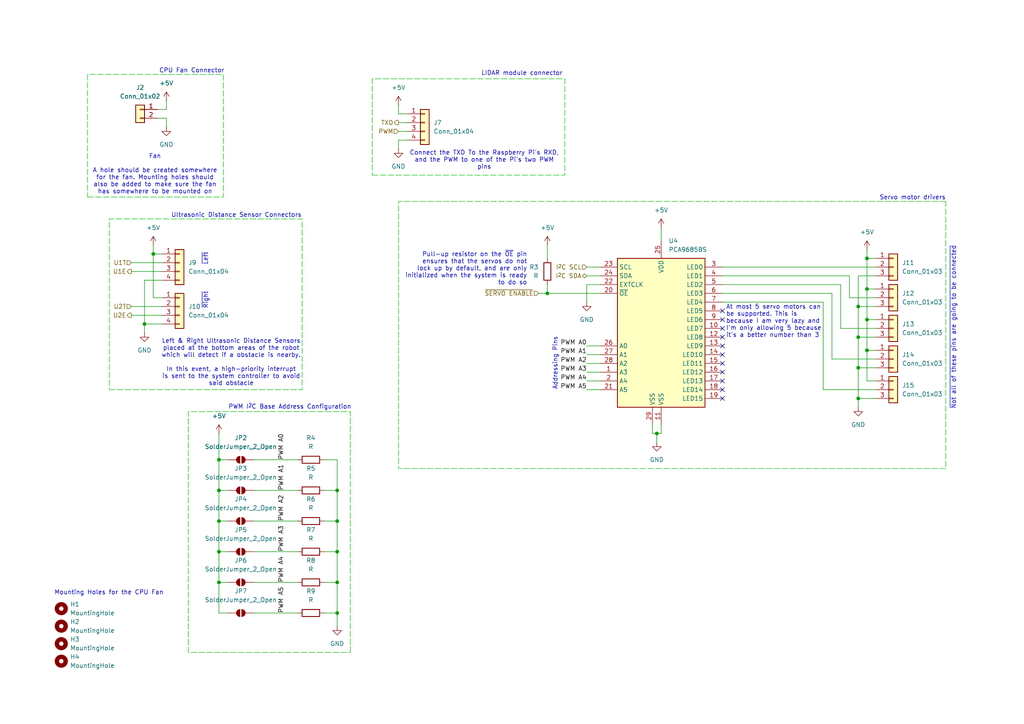
<source format=kicad_sch>
(kicad_sch (version 20250114) (generator "eeschema") (generator_version "9.0")
  (paper "A4")
  (title_block (title "Autonomous  Courier Robot \"Bad Apple\"") (date "2025-08-28") (rev "1") (company "Mixed Engineering Group 3 | STEM 12-Altruism / AY 2526 | CIT-U SHS") (comment 4 "CPU Fan and various miscellaneous peripherals"))
  (lib_symbols
    (symbol "+5V_1" (power) (pin_numbers (hide yes)) (pin_names (offset 0) (hide yes))
      (property "Value" "+5V" (at 0 3.556 0))
      (symbol "+5V_1_0_1"
        (polyline (pts (xy -0.762 1.27) (xy 0 2.54)))
        (polyline (pts (xy 0 2.54) (xy 0.762 1.27)))
        (polyline (pts (xy 0 0) (xy 0 2.54)))
      )
      (symbol "+5V_1_1_1"
        (pin power_in line (at 0 0 90) (length 0) (name "~") (number "1"))
      )
    )
    (symbol "Connector_Generic:Conn_01x02" (pin_names (offset 1.016) (hide yes))
      (property "Reference" "J" (at 0 2.54 0))
      (property "Value" "Conn_01x02" (at 0 -5.08 0))
      (symbol "Conn_01x02_1_1"
        (rectangle (start -1.27 1.27) (end 1.27 -3.81) (stroke (width 0.254)) (fill (type background)))
        (rectangle (start -1.27 0.127) (end 0 -0.127) (stroke (width 0.1524)))
        (rectangle (start -1.27 -2.413) (end 0 -2.667) (stroke (width 0.1524)))
        (pin passive line (at -5.08 0 0) (length 3.81) (name "Pin_1") (number "1"))
        (pin passive line (at -5.08 -2.54 0) (length 3.81) (name "Pin_2") (number "2"))
      )
    )
    (symbol "Connector_Generic:Conn_01x03" (pin_names (offset 1.016) (hide yes))
      (property "Reference" "J" (at 0 5.08 0))
      (property "Value" "Conn_01x03" (at 0 -5.08 0))
      (symbol "Conn_01x03_1_1"
        (rectangle (start -1.27 3.81) (end 1.27 -3.81) (stroke (width 0.254)) (fill (type background)))
        (rectangle (start -1.27 2.667) (end 0 2.413) (stroke (width 0.1524)))
        (rectangle (start -1.27 0.127) (end 0 -0.127) (stroke (width 0.1524)))
        (rectangle (start -1.27 -2.413) (end 0 -2.667) (stroke (width 0.1524)))
        (pin passive line (at -5.08 2.54 0) (length 3.81) (name "Pin_1") (number "1"))
        (pin passive line (at -5.08 0 0) (length 3.81) (name "Pin_2") (number "2"))
        (pin passive line (at -5.08 -2.54 0) (length 3.81) (name "Pin_3") (number "3"))
      )
    )
    (symbol "Connector_Generic:Conn_01x04" (pin_names (offset 1.016) (hide yes))
      (property "Reference" "J" (at 0 5.08 0))
      (property "Value" "Conn_01x04" (at 0 -7.62 0))
      (symbol "Conn_01x04_1_1"
        (rectangle (start -1.27 3.81) (end 1.27 -6.35) (stroke (width 0.254)) (fill (type background)))
        (rectangle (start -1.27 2.667) (end 0 2.413) (stroke (width 0.1524)))
        (rectangle (start -1.27 0.127) (end 0 -0.127) (stroke (width 0.1524)))
        (rectangle (start -1.27 -2.413) (end 0 -2.667) (stroke (width 0.1524)))
        (rectangle (start -1.27 -4.953) (end 0 -5.207) (stroke (width 0.1524)))
        (pin passive line (at -5.08 2.54 0) (length 3.81) (name "Pin_1") (number "1"))
        (pin passive line (at -5.08 0 0) (length 3.81) (name "Pin_2") (number "2"))
        (pin passive line (at -5.08 -2.54 0) (length 3.81) (name "Pin_3") (number "3"))
        (pin passive line (at -5.08 -5.08 0) (length 3.81) (name "Pin_4") (number "4"))
      )
    )
    (symbol "Device:R" (pin_numbers (hide yes)) (pin_names (offset 0))
      (property "Reference" "R" (at 2.032 0 90))
      (property "Value" "R" (at 0 0 90))
      (symbol "R_0_1"
        (rectangle (start -1.016 -2.54) (end 1.016 2.54) (stroke (width 0.254)))
      )
      (symbol "R_1_1"
        (pin passive line (at 0 3.81 270) (length 1.27) (name "~") (number "1"))
        (pin passive line (at 0 -3.81 90) (length 1.27) (name "~") (number "2"))
      )
    )
    (symbol "Driver_LED:PCA9685BS"
      (property "Reference" "U" (at -12.7 22.225 0))
      (property "Value" "PCA9685BS" (at 1.27 22.225 0))
      (symbol "PCA9685BS_0_1"
        (rectangle (start -12.7 20.32) (end 12.7 -22.86) (stroke (width 0.254)) (fill (type background)))
      )
      (symbol "PCA9685BS_1_1"
        (pin input line (at -17.78 17.78 0) (length 5.08) (name "SCL") (number "23"))
        (pin bidirectional line (at -17.78 15.24 0) (length 5.08) (name "SDA") (number "24"))
        (pin input line (at -17.78 12.7 0) (length 5.08) (name "EXTCLK") (number "22"))
        (pin input line (at -17.78 10.16 0) (length 5.08) (name "~{OE}") (number "20"))
        (pin input line (at -17.78 -5.08 0) (length 5.08) (name "A0") (number "26"))
        (pin input line (at -17.78 -7.62 0) (length 5.08) (name "A1") (number "27"))
        (pin input line (at -17.78 -10.16 0) (length 5.08) (name "A2") (number "28"))
        (pin input line (at -17.78 -12.7 0) (length 5.08) (name "A3") (number "1"))
        (pin input line (at -17.78 -15.24 0) (length 5.08) (name "A4") (number "2"))
        (pin input line (at -17.78 -17.78 0) (length 5.08) (name "A5") (number "21"))
        (pin power_in line (at -2.54 -27.94 90) (length 5.08) (name "VSS") (number "29"))
        (pin power_in line (at 0 25.4 270) (length 5.08) (name "VDD") (number "25"))
        (pin power_in line (at 0 -27.94 90) (length 5.08) (name "VSS") (number "11"))
        (pin output line (at 17.78 17.78 180) (length 5.08) (name "LED0") (number "3"))
        (pin output line (at 17.78 15.24 180) (length 5.08) (name "LED1") (number "4"))
        (pin output line (at 17.78 12.7 180) (length 5.08) (name "LED2") (number "5"))
        (pin output line (at 17.78 10.16 180) (length 5.08) (name "LED3") (number "6"))
        (pin output line (at 17.78 7.62 180) (length 5.08) (name "LED4") (number "7"))
        (pin output line (at 17.78 5.08 180) (length 5.08) (name "LED5") (number "8"))
        (pin output line (at 17.78 2.54 180) (length 5.08) (name "LED6") (number "9"))
        (pin output line (at 17.78 0 180) (length 5.08) (name "LED7") (number "10"))
        (pin output line (at 17.78 -2.54 180) (length 5.08) (name "LED8") (number "12"))
        (pin output line (at 17.78 -5.08 180) (length 5.08) (name "LED9") (number "13"))
        (pin output line (at 17.78 -7.62 180) (length 5.08) (name "LED10") (number "14"))
        (pin output line (at 17.78 -10.16 180) (length 5.08) (name "LED11") (number "15"))
        (pin output line (at 17.78 -12.7 180) (length 5.08) (name "LED12") (number "16"))
        (pin output line (at 17.78 -15.24 180) (length 5.08) (name "LED13") (number "17"))
        (pin output line (at 17.78 -17.78 180) (length 5.08) (name "LED14") (number "18"))
        (pin output line (at 17.78 -20.32 180) (length 5.08) (name "LED15") (number "19"))
      )
    )
    (symbol "GND_1" (power) (pin_numbers (hide yes)) (pin_names (offset 0) (hide yes))
      (property "Value" "GND" (at 0 -3.81 0))
      (symbol "GND_1_0_1"
        (polyline (pts (xy 0 0) (xy 0 -1.27) (xy 1.27 -1.27) (xy 0 -2.54) (xy -1.27 -1.27) (xy 0 -1.27)))
      )
      (symbol "GND_1_1_1"
        (pin power_in line (at 0 0 270) (length 0) (name "~") (number "1"))
      )
    )
    (symbol "Jumper:SolderJumper_2_Open" (pin_numbers (hide yes)) (pin_names (offset 0) (hide yes)) (in_bom no)
      (property "Reference" "JP" (at 0 2.032 0))
      (property "Value" "SolderJumper_2_Open" (at 0 -2.54 0))
      (symbol "SolderJumper_2_Open_0_1"
        (polyline (pts (xy -0.254 1.016) (xy -0.254 -1.016)))
        (arc (start -0.254 -1.016) (mid -1.2656 0) (end -0.254 1.016))
        (arc (start -0.254 -1.016) (mid -1.2656 0) (end -0.254 1.016) (fill (type outline)))
        (arc (start 0.254 1.016) (mid 1.2656 0) (end 0.254 -1.016))
        (arc (start 0.254 1.016) (mid 1.2656 0) (end 0.254 -1.016) (fill (type outline)))
        (polyline (pts (xy 0.254 1.016) (xy 0.254 -1.016)))
      )
      (symbol "SolderJumper_2_Open_1_1"
        (pin passive line (at -3.81 0 0) (length 2.54) (name "A") (number "1"))
        (pin passive line (at 3.81 0 180) (length 2.54) (name "B") (number "2"))
      )
    )
    (symbol "Mechanical:MountingHole" (pin_names (offset 1.016)) (in_bom no)
      (property "Reference" "H" (at 0 5.08 0))
      (property "Value" "MountingHole" (at 0 3.175 0))
      (symbol "MountingHole_0_1"
        (circle (center 0 0) (radius 1.27) (stroke (width 1.27)))
      )
    )
    (symbol "power:+5V" (power) (pin_numbers (hide yes)) (pin_names (offset 0) (hide yes))
      (property "Value" "+5V" (at 0 3.556 0))
      (symbol "+5V_0_1"
        (polyline (pts (xy -0.762 1.27) (xy 0 2.54)))
        (polyline (pts (xy 0 2.54) (xy 0.762 1.27)))
        (polyline (pts (xy 0 0) (xy 0 2.54)))
      )
      (symbol "+5V_1_1"
        (pin power_in line (at 0 0 90) (length 0) (name "~") (number "1"))
      )
    )
    (symbol "power:GND" (power) (pin_numbers (hide yes)) (pin_names (offset 0) (hide yes))
      (property "Value" "GND" (at 0 -3.81 0))
      (symbol "GND_0_1"
        (polyline (pts (xy 0 0) (xy 0 -1.27) (xy 1.27 -1.27) (xy 0 -2.54) (xy -1.27 -1.27) (xy 0 -1.27)))
      )
      (symbol "GND_1_1"
        (pin power_in line (at 0 0 270) (length 0) (name "~") (number "1"))
      )
    )
  )
  (text "Left & Right Ultrasonic Distance Sensors\nplaced at the bottom areas of the robot\nwhich will detect if a obstacle is nearby.\n\nIn this event, a high-priority interrupt\nis sent to the system controller to avoid\nsaid obstacle" (at 67.056 105.156 0) (effects (font (size 1.27 1.27))))
  (text "At most 5 servo motors can\nbe supported. This is\nbecause I am very lazy and\nI'm only allowing 5 because\nit's a better number than 3" (at 210.566 93.218 0) (effects (font (size 1.27 1.27)) (justify left)))
  (text "Mounting Holes for the CPU Fan" (at 15.748 171.958 0) (effects (font (size 1.27 1.27)) (justify left)))
  (text "~{Right}" (at 58.928 89.662 90) (effects (font (size 1.27 1.27)) (justify left top)))
  (text "Pull-up resistor on the ~{OE} pin\nensures that the servos do not\nlock up by default, and are only\ninitialized when the system is ready\nto do so" (at 152.908 77.978 0) (effects (font (size 1.27 1.27)) (justify right)))
  (text "Servo motor drivers" (at 274.32 57.404 0) (effects (font (size 1.27 1.27)) (justify right)))
  (text "Connect the TXD To the Raspberry Pi's RXD,\nand the PWM to one of the Pi's two PWM\npins" (at 140.462 46.482 0) (effects (font (size 1.27 1.27))))
  (text "Addressing Pins" (at 161.036 105.41 90) (effects (font (size 1.27 1.27))))
  (text "Fan\n\nA hole should be created somewhere\nfor the fan. Mounting holes should\nalso be added to make sure the fan\nhas somewhere to be mounted on" (at 44.958 50.546 0) (effects (font (size 1.27 1.27))))
  (text "Ultrasonic Distance Sensor Connectors" (at 68.58 62.484 0) (effects (font (size 1.27 1.27))))
  (text "LIDAR module connector" (at 151.384 21.336 0) (effects (font (size 1.27 1.27))))
  (text "~{Not all of these pins are going to be connected}" (at 276.606 94.996 90) (effects (font (size 1.27 1.27))))
  (text "CPU Fan Connector" (at 55.626 20.574 0) (effects (font (size 1.27 1.27))))
  (text "PWM I^{2}C Base Address Configuration" (at 84.074 118.11 0) (effects (font (size 1.27 1.27))))
  (text "~{Left}" (at 58.928 76.962 90) (effects (font (size 1.27 1.27)) (justify left top)))
  (junction (at 248.92 97.79))
  (junction (at 44.45 73.66))
  (junction (at 97.79 168.91))
  (junction (at 41.91 93.98))
  (junction (at 63.5 133.35))
  (junction (at 251.46 92.71))
  (junction (at 251.46 101.6))
  (junction (at 63.5 168.91))
  (junction (at 251.46 83.82))
  (junction (at 63.5 142.24))
  (junction (at 248.92 106.68))
  (junction (at 63.5 160.02))
  (junction (at 251.46 74.93))
  (junction (at 97.79 151.13))
  (junction (at 97.79 177.8))
  (junction (at 63.5 151.13))
  (junction (at 248.92 88.9))
  (junction (at 248.92 115.57))
  (junction (at 158.75 85.09))
  (junction (at 97.79 142.24))
  (junction (at 190.5 125.73))
  (junction (at 97.79 160.02))
  (no_connect (at 209.55 102.87))
  (no_connect (at 209.55 95.25))
  (no_connect (at 209.55 100.33))
  (no_connect (at 209.55 105.41))
  (no_connect (at 209.55 92.71))
  (no_connect (at 209.55 115.57))
  (no_connect (at 209.55 110.49))
  (no_connect (at 209.55 97.79))
  (no_connect (at 209.55 113.03))
  (no_connect (at 209.55 107.95))
  (no_connect (at 209.55 90.17))
  (wire (pts (xy 93.98 177.8) (xy 97.79 177.8)))
  (wire (pts (xy 251.46 92.71) (xy 254 92.71)))
  (wire (pts (xy 190.5 128.27) (xy 190.5 125.73)))
  (wire (pts (xy 170.18 102.87) (xy 173.99 102.87)))
  (wire (pts (xy 63.5 142.24) (xy 66.04 142.24)))
  (wire (pts (xy 93.98 151.13) (xy 97.79 151.13)))
  (wire (pts (xy 73.66 151.13) (xy 86.36 151.13)))
  (wire (pts (xy 254 115.57) (xy 248.92 115.57)))
  (wire (pts (xy 251.46 101.6) (xy 254 101.6)))
  (wire (pts (xy 156.21 85.09) (xy 158.75 85.09)))
  (wire (pts (xy 73.66 168.91) (xy 86.36 168.91)))
  (wire (pts (xy 170.18 80.01) (xy 173.99 80.01)))
  (wire (pts (xy 241.3 85.09) (xy 209.55 85.09)))
  (wire (pts (xy 248.92 88.9) (xy 254 88.9)))
  (wire (pts (xy 63.5 168.91) (xy 63.5 177.8)))
  (wire (pts (xy 158.75 71.12) (xy 158.75 74.93)))
  (wire (pts (xy 243.84 95.25) (xy 254 95.25)))
  (wire (pts (xy 97.79 142.24) (xy 97.79 151.13)))
  (wire (pts (xy 97.79 168.91) (xy 97.79 177.8)))
  (wire (pts (xy 173.99 82.55) (xy 170.18 82.55)))
  (wire (pts (xy 251.46 74.93) (xy 251.46 83.82)))
  (wire (pts (xy 189.23 123.19) (xy 189.23 125.73)))
  (wire (pts (xy 115.57 30.48) (xy 115.57 33.02)))
  (wire (pts (xy 209.55 80.01) (xy 246.38 80.01)))
  (wire (pts (xy 63.5 177.8) (xy 66.04 177.8)))
  (wire (pts (xy 63.5 151.13) (xy 63.5 160.02)))
  (wire (pts (xy 248.92 115.57) (xy 248.92 118.11)))
  (wire (pts (xy 246.38 80.01) (xy 246.38 86.36)))
  (wire (pts (xy 44.45 71.12) (xy 44.45 73.66)))
  (wire (pts (xy 73.66 177.8) (xy 86.36 177.8)))
  (wire (pts (xy 44.45 73.66) (xy 46.99 73.66)))
  (wire (pts (xy 44.45 86.36) (xy 44.45 73.66)))
  (wire (pts (xy 63.5 125.73) (xy 63.5 133.35)))
  (wire (pts (xy 251.46 92.71) (xy 251.46 101.6)))
  (wire (pts (xy 38.1 76.2) (xy 46.99 76.2)))
  (wire (pts (xy 173.99 85.09) (xy 158.75 85.09)))
  (wire (pts (xy 63.5 133.35) (xy 63.5 142.24)))
  (wire (pts (xy 115.57 38.1) (xy 118.11 38.1)))
  (wire (pts (xy 93.98 160.02) (xy 97.79 160.02)))
  (wire (pts (xy 48.26 29.21) (xy 48.26 31.75)))
  (wire (pts (xy 243.84 82.55) (xy 243.84 95.25)))
  (wire (pts (xy 158.75 85.09) (xy 158.75 82.55)))
  (wire (pts (xy 48.26 31.75) (xy 45.72 31.75)))
  (wire (pts (xy 93.98 168.91) (xy 97.79 168.91)))
  (wire (pts (xy 97.79 160.02) (xy 97.79 168.91)))
  (wire (pts (xy 97.79 177.8) (xy 97.79 181.61)))
  (wire (pts (xy 170.18 113.03) (xy 173.99 113.03)))
  (wire (pts (xy 254 104.14) (xy 241.3 104.14)))
  (wire (pts (xy 209.55 77.47) (xy 254 77.47)))
  (wire (pts (xy 246.38 86.36) (xy 254 86.36)))
  (wire (pts (xy 63.5 168.91) (xy 66.04 168.91)))
  (wire (pts (xy 63.5 160.02) (xy 66.04 160.02)))
  (wire (pts (xy 170.18 82.55) (xy 170.18 87.63)))
  (wire (pts (xy 41.91 93.98) (xy 41.91 96.52)))
  (wire (pts (xy 209.55 87.63) (xy 238.76 87.63)))
  (wire (pts (xy 189.23 125.73) (xy 190.5 125.73)))
  (wire (pts (xy 73.66 133.35) (xy 86.36 133.35)))
  (wire (pts (xy 191.77 125.73) (xy 191.77 123.19)))
  (wire (pts (xy 63.5 142.24) (xy 63.5 151.13)))
  (wire (pts (xy 38.1 78.74) (xy 46.99 78.74)))
  (wire (pts (xy 73.66 160.02) (xy 86.36 160.02)))
  (wire (pts (xy 248.92 97.79) (xy 248.92 106.68)))
  (wire (pts (xy 97.79 133.35) (xy 97.79 142.24)))
  (wire (pts (xy 73.66 142.24) (xy 86.36 142.24)))
  (wire (pts (xy 48.26 34.29) (xy 48.26 36.83)))
  (wire (pts (xy 63.5 151.13) (xy 66.04 151.13)))
  (wire (pts (xy 170.18 105.41) (xy 173.99 105.41)))
  (wire (pts (xy 46.99 86.36) (xy 44.45 86.36)))
  (wire (pts (xy 63.5 133.35) (xy 66.04 133.35)))
  (wire (pts (xy 248.92 106.68) (xy 248.92 115.57)))
  (wire (pts (xy 254 80.01) (xy 248.92 80.01)))
  (wire (pts (xy 38.1 88.9) (xy 46.99 88.9)))
  (wire (pts (xy 97.79 151.13) (xy 97.79 160.02)))
  (wire (pts (xy 41.91 81.28) (xy 41.91 93.98)))
  (wire (pts (xy 254 110.49) (xy 251.46 110.49)))
  (wire (pts (xy 248.92 106.68) (xy 254 106.68)))
  (wire (pts (xy 251.46 83.82) (xy 251.46 92.71)))
  (wire (pts (xy 115.57 40.64) (xy 115.57 43.18)))
  (wire (pts (xy 63.5 160.02) (xy 63.5 168.91)))
  (wire (pts (xy 38.1 91.44) (xy 46.99 91.44)))
  (wire (pts (xy 209.55 82.55) (xy 243.84 82.55)))
  (wire (pts (xy 45.72 34.29) (xy 48.26 34.29)))
  (wire (pts (xy 251.46 101.6) (xy 251.46 110.49)))
  (wire (pts (xy 115.57 35.56) (xy 118.11 35.56)))
  (wire (pts (xy 248.92 80.01) (xy 248.92 88.9)))
  (wire (pts (xy 170.18 107.95) (xy 173.99 107.95)))
  (wire (pts (xy 238.76 87.63) (xy 238.76 113.03)))
  (wire (pts (xy 248.92 97.79) (xy 254 97.79)))
  (wire (pts (xy 251.46 72.39) (xy 251.46 74.93)))
  (wire (pts (xy 248.92 88.9) (xy 248.92 97.79)))
  (wire (pts (xy 170.18 100.33) (xy 173.99 100.33)))
  (wire (pts (xy 251.46 83.82) (xy 254 83.82)))
  (wire (pts (xy 251.46 74.93) (xy 254 74.93)))
  (wire (pts (xy 241.3 104.14) (xy 241.3 85.09)))
  (wire (pts (xy 191.77 66.04) (xy 191.77 69.85)))
  (wire (pts (xy 170.18 110.49) (xy 173.99 110.49)))
  (wire (pts (xy 190.5 125.73) (xy 191.77 125.73)))
  (wire (pts (xy 118.11 40.64) (xy 115.57 40.64)))
  (wire (pts (xy 93.98 133.35) (xy 97.79 133.35)))
  (wire (pts (xy 46.99 93.98) (xy 41.91 93.98)))
  (wire (pts (xy 93.98 142.24) (xy 97.79 142.24)))
  (wire (pts (xy 46.99 81.28) (xy 41.91 81.28)))
  (wire (pts (xy 170.18 77.47) (xy 173.99 77.47)))
  (wire (pts (xy 238.76 113.03) (xy 254 113.03)))
  (wire (pts (xy 115.57 33.02) (xy 118.11 33.02)))
  (label "PWM A2" (at 170.18 105.41 180))
  (label "PWM A1" (at 170.18 102.87 180))
  (label "PWM A5" (at 82.55 177.8 90))
  (label "PWM A4" (at 170.18 110.49 180))
  (label "PWM A0" (at 170.18 100.33 180))
  (label "PWM A3" (at 170.18 107.95 180))
  (label "PWM A1" (at 82.55 142.24 90))
  (label "PWM A2" (at 82.55 151.13 90))
  (label "PWM A0" (at 82.55 133.35 90))
  (label "PWM A5" (at 170.18 113.03 180))
  (label "PWM A3" (at 82.55 160.02 90))
  (label "PWM A4" (at 82.55 168.91 90))
  (hierarchical_label "U1E" (shape output) (at 38.1 78.74 180))
  (hierarchical_label "I^{2}C SCL" (shape input) (at 170.18 77.47 180))
  (hierarchical_label "U2E" (shape output) (at 38.1 91.44 180))
  (hierarchical_label "I^{2}C SDA" (shape bidirectional) (at 170.18 80.01 180))
  (hierarchical_label "TXD" (shape output) (at 115.57 35.56 180))
  (hierarchical_label "PWM" (shape input) (at 115.57 38.1 180))
  (hierarchical_label "~{SERVO ENABLE}" (shape input) (at 156.21 85.09 180))
  (hierarchical_label "U1T" (shape input) (at 38.1 76.2 180))
  (hierarchical_label "U2T" (shape input) (at 38.1 88.9 180))
  (rule_area (polyline (pts (xy 25.4 57.15) (xy 64.77 57.15) (xy 64.77 21.59) (xy 25.4 21.59)) (stroke (width 0) (type dash) (color 0 194 0 1))))
  (rule_area (polyline (pts (xy 31.75 113.03) (xy 87.63 113.03) (xy 87.63 63.5) (xy 31.75 63.5)) (stroke (width 0) (type dash) (color 0 194 0 1))))
  (rule_area (polyline (pts (xy 274.32 58.42) (xy 115.57 58.42) (xy 115.57 135.89) (xy 274.32 135.89)) (stroke (width 0) (type dash) (color 0 194 0 1))))
  (rule_area (polyline (pts (xy 101.6 189.23) (xy 101.6 119.38) (xy 54.61 119.38) (xy 54.61 189.23)) (stroke (width 0) (type dash) (color 0 194 0 1))))
  (rule_area (polyline (pts (xy 107.95 50.8) (xy 163.83 50.8) (xy 163.83 22.86) (xy 107.95 22.86)) (stroke (width 0) (type dash) (color 0 194 0 1))))
  (symbol (lib_id "Driver_LED:PCA9685BS") (at 191.77 95.25 0) (unit 1)
    (property "Reference" "U4" (at 193.9133 69.85 0) (effects (justify left)))
    (property "Value" "PCA9685BS" (at 193.9133 72.39 0) (effects (justify left)))
    (property "Footprint" "Package_DFN_QFN:QFN-28-1EP_6x6mm_P0.65mm_EP4.25x4.25mm" (effects (hide yes)))
    (property "Datasheet" "http://www.nxp.com/docs/en/data-sheet/PCA9685.pdf" (effects (hide yes)))
    (property "Description" "16-channel 12-bit PWM Fm+ I2C-bus LED controller RGBA QFN" (effects (hide yes)))
  )
  (symbol (lib_name "+5V_1") (lib_id "power:+5V") (at 48.26 29.21 0) (unit 1)
    (property "Reference" "#PWR06" (effects (hide yes)))
    (property "Value" "+5V" (at 48.26 24.13 0))
    (property "Description" "Power symbol creates a global label with name \"+5V\"" (effects (hide yes)))
  )
  (symbol (lib_id "Mechanical:MountingHole") (at 17.78 176.53 0) (unit 1) (in_bom no)
    (property "Reference" "H1" (at 20.32 175.2599 0) (effects (justify left)))
    (property "Value" "MountingHole" (at 20.32 177.7999 0) (effects (justify left)))
    (property "Footprint" "Connector_JST:JST_ACH_BM01B-ACHSS-A-GAN-ETF_1x01-1MP_P1.20mm_Vertical" (effects (hide yes)))
    (property "Description" "Mounting Hole without connection" (effects (hide yes)))
  )
  (symbol (lib_id "power:GND") (at 115.57 43.18 0) (unit 1)
    (property "Reference" "#PWR010" (effects (hide yes)))
    (property "Value" "GND" (at 115.57 48.26 0))
    (property "Description" "Power symbol creates a global label with name \"GND\" , ground" (effects (hide yes)))
  )
  (symbol (lib_id "Connector_Generic:Conn_01x03") (at 259.08 104.14 0) (unit 1)
    (property "Reference" "J14" (at 261.62 102.8699 0) (effects (justify left)))
    (property "Value" "Conn_01x03" (at 261.62 105.4099 0) (effects (justify left)))
    (property "Description" "Generic connector, single row, 01x03, script generated (kicad-library-utils/schlib/autogen/connector/)" (effects (hide yes)))
  )
  (symbol (lib_id "power:+5V") (at 63.5 125.73 0) (unit 1)
    (property "Reference" "#PWR019" (effects (hide yes)))
    (property "Value" "+5V" (at 63.5 120.65 0))
    (property "Description" "Power symbol creates a global label with name \"+5V\"" (effects (hide yes)))
  )
  (symbol (lib_id "Device:R") (at 90.17 168.91 90) (unit 1)
    (property "Reference" "R8" (at 90.17 162.56 90))
    (property "Value" "R" (at 90.17 165.1 90))
    (property "Description" "Resistor" (effects (hide yes)))
  )
  (symbol (lib_id "power:+5V") (at 251.46 72.39 0) (unit 1)
    (property "Reference" "#PWR015" (effects (hide yes)))
    (property "Value" "+5V" (at 251.46 67.31 0))
    (property "Description" "Power symbol creates a global label with name \"+5V\"" (effects (hide yes)))
  )
  (symbol (lib_id "power:GND") (at 97.79 181.61 0) (unit 1)
    (property "Reference" "#PWR020" (effects (hide yes)))
    (property "Value" "GND" (at 97.79 186.69 0))
    (property "Description" "Power symbol creates a global label with name \"GND\" , ground" (effects (hide yes)))
  )
  (symbol (lib_id "Device:R") (at 158.75 78.74 0) (unit 1)
    (property "Reference" "R3" (at 156.21 77.4699 0) (effects (justify right)))
    (property "Value" "R" (at 156.21 80.0099 0) (effects (justify right)))
    (property "Description" "Resistor" (effects (hide yes)))
  )
  (symbol (lib_id "Connector_Generic:Conn_01x04") (at 123.19 35.56 0) (unit 1)
    (property "Reference" "J7" (at 125.73 35.5599 0) (effects (justify left)))
    (property "Value" "Conn_01x04" (at 125.73 38.0999 0) (effects (justify left)))
    (property "Description" "Generic connector, single row, 01x04, script generated (kicad-library-utils/schlib/autogen/connector/)" (effects (hide yes)))
  )
  (symbol (lib_id "Connector_Generic:Conn_01x03") (at 259.08 113.03 0) (unit 1)
    (property "Reference" "J15" (at 261.62 111.7599 0) (effects (justify left)))
    (property "Value" "Conn_01x03" (at 261.62 114.2999 0) (effects (justify left)))
    (property "Description" "Generic connector, single row, 01x03, script generated (kicad-library-utils/schlib/autogen/connector/)" (effects (hide yes)))
  )
  (symbol (lib_id "Connector_Generic:Conn_01x04") (at 52.07 88.9 0) (unit 1)
    (property "Reference" "J10" (at 54.61 88.8999 0) (effects (justify left)))
    (property "Value" "Conn_01x04" (at 54.61 91.4399 0) (effects (justify left)))
    (property "Description" "Generic connector, single row, 01x04, script generated (kicad-library-utils/schlib/autogen/connector/)" (effects (hide yes)))
  )
  (symbol (lib_id "Connector_Generic:Conn_01x03") (at 259.08 77.47 0) (unit 1)
    (property "Reference" "J11" (at 261.62 76.1999 0) (effects (justify left)))
    (property "Value" "Conn_01x03" (at 261.62 78.7399 0) (effects (justify left)))
    (property "Description" "Generic connector, single row, 01x03, script generated (kicad-library-utils/schlib/autogen/connector/)" (effects (hide yes)))
  )
  (symbol (lib_id "Mechanical:MountingHole") (at 17.78 181.61 0) (unit 1) (in_bom no)
    (property "Reference" "H2" (at 20.32 180.3399 0) (effects (justify left)))
    (property "Value" "MountingHole" (at 20.32 182.8799 0) (effects (justify left)))
    (property "Footprint" "Connector_JST:JST_ACH_BM01B-ACHSS-A-GAN-ETF_1x01-1MP_P1.20mm_Vertical" (effects (hide yes)))
    (property "Description" "Mounting Hole without connection" (effects (hide yes)))
  )
  (symbol (lib_id "Connector_Generic:Conn_01x02") (at 40.64 31.75 0) (mirror y) (unit 1)
    (property "Reference" "J2" (at 40.64 25.4 0))
    (property "Value" "Conn_01x02" (at 40.64 27.94 0))
    (property "Footprint" "Connector_Wire:SolderWire-0.1sqmm_1x02_P3.6mm_D0.4mm_OD1mm" (effects (hide yes)))
    (property "Description" "Generic connector, single row, 01x02, script generated (kicad-library-utils/schlib/autogen/connector/)" (effects (hide yes)))
  )
  (symbol (lib_id "Device:R") (at 90.17 142.24 90) (unit 1)
    (property "Reference" "R5" (at 90.17 135.89 90))
    (property "Value" "R" (at 90.17 138.43 90))
    (property "Description" "Resistor" (effects (hide yes)))
  )
  (symbol (lib_id "power:+5V") (at 44.45 71.12 0) (unit 1)
    (property "Reference" "#PWR011" (effects (hide yes)))
    (property "Value" "+5V" (at 44.45 66.04 0))
    (property "Description" "Power symbol creates a global label with name \"+5V\"" (effects (hide yes)))
  )
  (symbol (lib_id "Jumper:SolderJumper_2_Open") (at 69.85 160.02 0) (unit 1) (in_bom no)
    (property "Reference" "JP5" (at 69.85 153.67 0))
    (property "Value" "SolderJumper_2_Open" (at 69.85 156.21 0))
    (property "Description" "Solder Jumper, 2-pole, open" (effects (hide yes)))
  )
  (symbol (lib_id "Device:R") (at 90.17 151.13 90) (unit 1)
    (property "Reference" "R6" (at 90.17 144.78 90))
    (property "Value" "R" (at 90.17 147.32 90))
    (property "Description" "Resistor" (effects (hide yes)))
  )
  (symbol (lib_id "Device:R") (at 90.17 160.02 90) (unit 1)
    (property "Reference" "R7" (at 90.17 153.67 90))
    (property "Value" "R" (at 90.17 156.21 90))
    (property "Description" "Resistor" (effects (hide yes)))
  )
  (symbol (lib_id "Device:R") (at 90.17 177.8 90) (unit 1)
    (property "Reference" "R9" (at 90.17 171.45 90))
    (property "Value" "R" (at 90.17 173.99 90))
    (property "Description" "Resistor" (effects (hide yes)))
  )
  (symbol (lib_id "power:GND") (at 190.5 128.27 0) (unit 1)
    (property "Reference" "#PWR012" (effects (hide yes)))
    (property "Value" "GND" (at 190.5 133.35 0))
    (property "Description" "Power symbol creates a global label with name \"GND\" , ground" (effects (hide yes)))
  )
  (symbol (lib_id "Jumper:SolderJumper_2_Open") (at 69.85 177.8 0) (unit 1) (in_bom no)
    (property "Reference" "JP7" (at 69.85 171.45 0))
    (property "Value" "SolderJumper_2_Open" (at 69.85 173.99 0))
    (property "Description" "Solder Jumper, 2-pole, open" (effects (hide yes)))
  )
  (symbol (lib_id "Connector_Generic:Conn_01x04") (at 52.07 76.2 0) (unit 1)
    (property "Reference" "J9" (at 54.61 76.1999 0) (effects (justify left)))
    (property "Value" "Conn_01x04" (at 54.61 78.7399 0) (effects (justify left)))
    (property "Description" "Generic connector, single row, 01x04, script generated (kicad-library-utils/schlib/autogen/connector/)" (effects (hide yes)))
  )
  (symbol (lib_id "Jumper:SolderJumper_2_Open") (at 69.85 142.24 0) (unit 1) (in_bom no)
    (property "Reference" "JP3" (at 69.85 135.89 0))
    (property "Value" "SolderJumper_2_Open" (at 69.85 138.43 0))
    (property "Description" "Solder Jumper, 2-pole, open" (effects (hide yes)))
  )
  (symbol (lib_id "Jumper:SolderJumper_2_Open") (at 69.85 151.13 0) (unit 1) (in_bom no)
    (property "Reference" "JP4" (at 69.85 144.78 0))
    (property "Value" "SolderJumper_2_Open" (at 69.85 147.32 0))
    (property "Description" "Solder Jumper, 2-pole, open" (effects (hide yes)))
  )
  (symbol (lib_id "power:+5V") (at 191.77 66.04 0) (unit 1)
    (property "Reference" "#PWR014" (effects (hide yes)))
    (property "Value" "+5V" (at 191.77 60.96 0))
    (property "Description" "Power symbol creates a global label with name \"+5V\"" (effects (hide yes)))
  )
  (symbol (lib_id "power:+5V") (at 158.75 71.12 0) (unit 1)
    (property "Reference" "#PWR018" (effects (hide yes)))
    (property "Value" "+5V" (at 158.75 66.04 0))
    (property "Description" "Power symbol creates a global label with name \"+5V\"" (effects (hide yes)))
  )
  (symbol (lib_id "Connector_Generic:Conn_01x03") (at 259.08 95.25 0) (unit 1)
    (property "Reference" "J13" (at 261.62 93.9799 0) (effects (justify left)))
    (property "Value" "Conn_01x03" (at 261.62 96.5199 0) (effects (justify left)))
    (property "Description" "Generic connector, single row, 01x03, script generated (kicad-library-utils/schlib/autogen/connector/)" (effects (hide yes)))
  )
  (symbol (lib_id "Device:R") (at 90.17 133.35 90) (unit 1)
    (property "Reference" "R4" (at 90.17 127 90))
    (property "Value" "R" (at 90.17 129.54 90))
    (property "Description" "Resistor" (effects (hide yes)))
  )
  (symbol (lib_id "Mechanical:MountingHole") (at 17.78 186.69 0) (unit 1) (in_bom no)
    (property "Reference" "H3" (at 20.32 185.4199 0) (effects (justify left)))
    (property "Value" "MountingHole" (at 20.32 187.9599 0) (effects (justify left)))
    (property "Footprint" "Connector_JST:JST_ACH_BM01B-ACHSS-A-GAN-ETF_1x01-1MP_P1.20mm_Vertical" (effects (hide yes)))
    (property "Description" "Mounting Hole without connection" (effects (hide yes)))
  )
  (symbol (lib_id "Jumper:SolderJumper_2_Open") (at 69.85 133.35 0) (unit 1) (in_bom no)
    (property "Reference" "JP2" (at 69.85 127 0))
    (property "Value" "SolderJumper_2_Open" (at 69.85 129.54 0))
    (property "Description" "Solder Jumper, 2-pole, open" (effects (hide yes)))
  )
  (symbol (lib_name "GND_1") (lib_id "power:GND") (at 48.26 36.83 0) (unit 1)
    (property "Reference" "#PWR05" (effects (hide yes)))
    (property "Value" "GND" (at 48.26 41.91 0))
    (property "Description" "Power symbol creates a global label with name \"GND\" , ground" (effects (hide yes)))
  )
  (symbol (lib_id "Mechanical:MountingHole") (at 17.78 191.77 0) (unit 1) (in_bom no)
    (property "Reference" "H4" (at 20.32 190.4999 0) (effects (justify left)))
    (property "Value" "MountingHole" (at 20.32 193.0399 0) (effects (justify left)))
    (property "Footprint" "Connector_JST:JST_ACH_BM01B-ACHSS-A-GAN-ETF_1x01-1MP_P1.20mm_Vertical" (effects (hide yes)))
    (property "Description" "Mounting Hole without connection" (effects (hide yes)))
  )
  (symbol (lib_id "power:GND") (at 170.18 87.63 0) (unit 1)
    (property "Reference" "#PWR017" (effects (hide yes)))
    (property "Value" "GND" (at 170.18 92.71 0))
    (property "Description" "Power symbol creates a global label with name \"GND\" , ground" (effects (hide yes)))
  )
  (symbol (lib_id "power:+5V") (at 115.57 30.48 0) (unit 1)
    (property "Reference" "#PWR09" (effects (hide yes)))
    (property "Value" "+5V" (at 115.57 25.4 0))
    (property "Description" "Power symbol creates a global label with name \"+5V\"" (effects (hide yes)))
  )
  (symbol (lib_id "Connector_Generic:Conn_01x03") (at 259.08 86.36 0) (unit 1)
    (property "Reference" "J12" (at 261.62 85.0899 0) (effects (justify left)))
    (property "Value" "Conn_01x03" (at 261.62 87.6299 0) (effects (justify left)))
    (property "Description" "Generic connector, single row, 01x03, script generated (kicad-library-utils/schlib/autogen/connector/)" (effects (hide yes)))
  )
  (symbol (lib_id "power:GND") (at 41.91 96.52 0) (unit 1)
    (property "Reference" "#PWR013" (effects (hide yes)))
    (property "Value" "GND" (at 41.91 101.6 0))
    (property "Description" "Power symbol creates a global label with name \"GND\" , ground" (effects (hide yes)))
  )
  (symbol (lib_id "Jumper:SolderJumper_2_Open") (at 69.85 168.91 0) (unit 1) (in_bom no)
    (property "Reference" "JP6" (at 69.85 162.56 0))
    (property "Value" "SolderJumper_2_Open" (at 69.85 165.1 0))
    (property "Description" "Solder Jumper, 2-pole, open" (effects (hide yes)))
  )
  (symbol (lib_id "power:GND") (at 248.92 118.11 0) (unit 1)
    (property "Reference" "#PWR016" (effects (hide yes)))
    (property "Value" "GND" (at 248.92 123.19 0))
    (property "Description" "Power symbol creates a global label with name \"GND\" , ground" (effects (hide yes)))
  )
)
</source>
